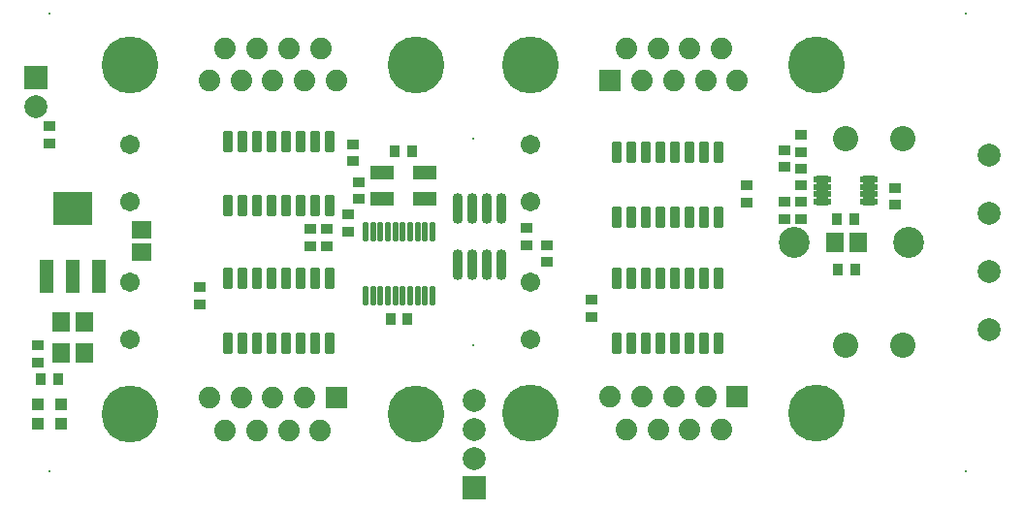
<source format=gts>
G04 Layer_Color=8388736*
%FSLAX25Y25*%
%MOIN*%
G70*
G01*
G75*
%ADD18R,0.03937X0.03937*%
G04:AMPARAMS|DCode=54|XSize=33.59mil|YSize=72.96mil|CornerRadius=5.92mil|HoleSize=0mil|Usage=FLASHONLY|Rotation=0.000|XOffset=0mil|YOffset=0mil|HoleType=Round|Shape=RoundedRectangle|*
%AMROUNDEDRECTD54*
21,1,0.03359,0.06112,0,0,0.0*
21,1,0.02175,0.07296,0,0,0.0*
1,1,0.01184,0.01088,-0.03056*
1,1,0.01184,-0.01088,-0.03056*
1,1,0.01184,-0.01088,0.03056*
1,1,0.01184,0.01088,0.03056*
%
%ADD54ROUNDEDRECTD54*%
%ADD55R,0.04343X0.03556*%
%ADD56R,0.08280X0.05131*%
%ADD57R,0.03556X0.04343*%
%ADD58O,0.06312X0.02572*%
%ADD59R,0.06312X0.06706*%
%ADD60O,0.03556X0.10642*%
%ADD61O,0.02178X0.06706*%
%ADD62R,0.13792X0.11430*%
%ADD63R,0.04737X0.11430*%
%ADD64R,0.06706X0.06312*%
%ADD65C,0.06706*%
%ADD66C,0.10642*%
%ADD67C,0.08674*%
%ADD68C,0.19540*%
%ADD69R,0.07453X0.07453*%
%ADD70C,0.07453*%
%ADD71R,0.07887X0.07887*%
%ADD72C,0.07887*%
%ADD73R,0.07887X0.07887*%
%ADD74C,0.00800*%
D18*
X7874Y42717D02*
D03*
Y36024D02*
D03*
X15748Y42717D02*
D03*
Y36024D02*
D03*
D54*
X73051Y110925D02*
D03*
X78051D02*
D03*
X83051D02*
D03*
X88051D02*
D03*
X93051D02*
D03*
X98051D02*
D03*
X103051D02*
D03*
X108051D02*
D03*
X73051Y133169D02*
D03*
X78051D02*
D03*
X83051D02*
D03*
X88051D02*
D03*
X93051D02*
D03*
X98051D02*
D03*
X103051D02*
D03*
X108051D02*
D03*
X206909Y106988D02*
D03*
X211910D02*
D03*
X216910D02*
D03*
X221909D02*
D03*
X226909D02*
D03*
X231909D02*
D03*
X236910D02*
D03*
X241910D02*
D03*
X206909Y129232D02*
D03*
X211910D02*
D03*
X216910D02*
D03*
X221909D02*
D03*
X226909D02*
D03*
X231909D02*
D03*
X236910D02*
D03*
X241910D02*
D03*
Y85925D02*
D03*
X236910D02*
D03*
X231909D02*
D03*
X226909D02*
D03*
X221909D02*
D03*
X216910D02*
D03*
X211910D02*
D03*
X206909D02*
D03*
X241910Y63681D02*
D03*
X236910D02*
D03*
X231909D02*
D03*
X226909D02*
D03*
X221909D02*
D03*
X216910D02*
D03*
X211910D02*
D03*
X206909D02*
D03*
X108051Y85925D02*
D03*
X103051D02*
D03*
X98051D02*
D03*
X93051D02*
D03*
X88051D02*
D03*
X83051D02*
D03*
X78051D02*
D03*
X73051D02*
D03*
X108051Y63681D02*
D03*
X103051D02*
D03*
X98051D02*
D03*
X93051D02*
D03*
X88051D02*
D03*
X83051D02*
D03*
X78051D02*
D03*
X73051D02*
D03*
D55*
X116142Y132087D02*
D03*
Y126181D02*
D03*
X118110Y113189D02*
D03*
Y119095D02*
D03*
X270079Y129331D02*
D03*
Y135236D02*
D03*
X251575Y117913D02*
D03*
Y112008D02*
D03*
X264567Y130118D02*
D03*
Y124213D02*
D03*
X270079Y123819D02*
D03*
Y117913D02*
D03*
Y112402D02*
D03*
Y106496D02*
D03*
X264567Y112402D02*
D03*
Y106496D02*
D03*
X302362Y111221D02*
D03*
Y117126D02*
D03*
X198031Y72638D02*
D03*
Y78543D02*
D03*
X175591Y97441D02*
D03*
Y103347D02*
D03*
X182677Y97441D02*
D03*
Y91535D02*
D03*
X114567Y108071D02*
D03*
Y102165D02*
D03*
X107087Y102953D02*
D03*
Y97047D02*
D03*
X101575Y102953D02*
D03*
Y97047D02*
D03*
X63386Y76968D02*
D03*
Y82874D02*
D03*
X7874Y57087D02*
D03*
Y62992D02*
D03*
X11811Y132480D02*
D03*
Y138386D02*
D03*
D56*
X140748Y113189D02*
D03*
X126181D02*
D03*
Y122244D02*
D03*
X140748D02*
D03*
D57*
X130512Y129528D02*
D03*
X136417D02*
D03*
X288779Y88976D02*
D03*
X282874D02*
D03*
X288386Y106299D02*
D03*
X282480D02*
D03*
X128937Y72047D02*
D03*
X134843D02*
D03*
X14764Y51181D02*
D03*
X8858D02*
D03*
D58*
X293504Y112303D02*
D03*
Y114862D02*
D03*
Y117421D02*
D03*
Y119980D02*
D03*
X277362Y112303D02*
D03*
Y114862D02*
D03*
Y117421D02*
D03*
Y119980D02*
D03*
D59*
X281890Y98425D02*
D03*
X289764D02*
D03*
X15748Y70866D02*
D03*
X23622D02*
D03*
X15748Y60236D02*
D03*
X23622D02*
D03*
D60*
X166949Y110039D02*
D03*
X161949D02*
D03*
X156949D02*
D03*
X151949D02*
D03*
X166949Y90748D02*
D03*
X161949D02*
D03*
X156949D02*
D03*
X151949D02*
D03*
D61*
X120374Y79921D02*
D03*
X122933D02*
D03*
X125492D02*
D03*
X128051D02*
D03*
X130610D02*
D03*
X133169D02*
D03*
X135728D02*
D03*
X138287D02*
D03*
X140847D02*
D03*
X143405D02*
D03*
X120374Y101969D02*
D03*
X122933D02*
D03*
X125492D02*
D03*
X128051D02*
D03*
X130610D02*
D03*
X133169D02*
D03*
X135728D02*
D03*
X138287D02*
D03*
X140847D02*
D03*
X143405D02*
D03*
D62*
X19685Y110039D02*
D03*
D63*
X28740Y86811D02*
D03*
X19685D02*
D03*
X10630D02*
D03*
D64*
X43307Y94882D02*
D03*
Y102756D02*
D03*
D65*
X177165Y112205D02*
D03*
Y131890D02*
D03*
Y84646D02*
D03*
Y64961D02*
D03*
X39370Y84646D02*
D03*
Y64961D02*
D03*
Y112205D02*
D03*
Y131890D02*
D03*
D66*
X307087Y98425D02*
D03*
X267717D02*
D03*
D67*
X305118Y133858D02*
D03*
X285433D02*
D03*
X305118Y62992D02*
D03*
X285433D02*
D03*
D68*
X39370Y39370D02*
D03*
X137756D02*
D03*
X137776Y159449D02*
D03*
X39390D02*
D03*
X275571D02*
D03*
X177185D02*
D03*
X177185Y39685D02*
D03*
X275571D02*
D03*
D69*
X110374Y44961D02*
D03*
X204567Y153858D02*
D03*
X248189Y45276D02*
D03*
D70*
X104921Y33779D02*
D03*
X99468Y44961D02*
D03*
X94016Y33779D02*
D03*
X88563Y44961D02*
D03*
X83110Y33779D02*
D03*
X77658Y44961D02*
D03*
X72205Y33779D02*
D03*
X66752Y44961D02*
D03*
X66772Y153858D02*
D03*
X72224Y165039D02*
D03*
X77677Y153858D02*
D03*
X83130Y165039D02*
D03*
X88583Y153858D02*
D03*
X94035Y165039D02*
D03*
X99488Y153858D02*
D03*
X104941Y165039D02*
D03*
X110394Y153858D02*
D03*
X210020Y165039D02*
D03*
X215472Y153858D02*
D03*
X220925Y165039D02*
D03*
X226378Y153858D02*
D03*
X231831Y165039D02*
D03*
X237283Y153858D02*
D03*
X242736Y165039D02*
D03*
X248189Y153858D02*
D03*
X242736Y34095D02*
D03*
X237283Y45276D02*
D03*
X231831Y34095D02*
D03*
X226378Y45276D02*
D03*
X220925Y34095D02*
D03*
X215472Y45276D02*
D03*
X210020Y34095D02*
D03*
X204567Y45276D02*
D03*
D71*
X7087Y155000D02*
D03*
D72*
Y145000D02*
D03*
X157874Y44134D02*
D03*
Y34134D02*
D03*
Y24134D02*
D03*
X334646Y68425D02*
D03*
Y88425D02*
D03*
Y108425D02*
D03*
Y128425D02*
D03*
D73*
X157874Y14134D02*
D03*
D74*
X11811Y19685D02*
D03*
Y177165D02*
D03*
X326772D02*
D03*
Y19685D02*
D03*
X157480Y62992D02*
D03*
Y133858D02*
D03*
M02*

</source>
